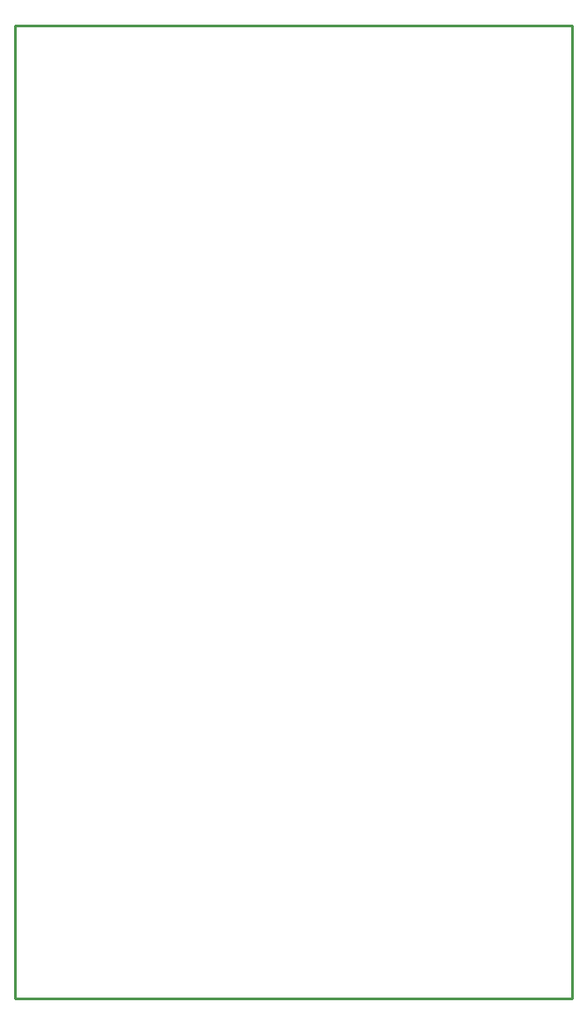
<source format=gm1>
%FSLAX25Y25*%
%MOIN*%
G70*
G01*
G75*
G04 Layer_Color=16711935*
%ADD10O,0.06890X0.02165*%
%ADD11O,0.02165X0.06890*%
G04:AMPARAMS|DCode=12|XSize=78.74mil|YSize=39.37mil|CornerRadius=7.87mil|HoleSize=0mil|Usage=FLASHONLY|Rotation=270.000|XOffset=0mil|YOffset=0mil|HoleType=Round|Shape=RoundedRectangle|*
%AMROUNDEDRECTD12*
21,1,0.07874,0.02362,0,0,270.0*
21,1,0.06299,0.03937,0,0,270.0*
1,1,0.01575,-0.01181,-0.03150*
1,1,0.01575,-0.01181,0.03150*
1,1,0.01575,0.01181,0.03150*
1,1,0.01575,0.01181,-0.03150*
%
%ADD12ROUNDEDRECTD12*%
G04:AMPARAMS|DCode=13|XSize=39.37mil|YSize=78.74mil|CornerRadius=7.87mil|HoleSize=0mil|Usage=FLASHONLY|Rotation=270.000|XOffset=0mil|YOffset=0mil|HoleType=Round|Shape=RoundedRectangle|*
%AMROUNDEDRECTD13*
21,1,0.03937,0.06299,0,0,270.0*
21,1,0.02362,0.07874,0,0,270.0*
1,1,0.01575,-0.03150,-0.01181*
1,1,0.01575,-0.03150,0.01181*
1,1,0.01575,0.03150,0.01181*
1,1,0.01575,0.03150,-0.01181*
%
%ADD13ROUNDEDRECTD13*%
%ADD14R,0.03937X0.09449*%
%ADD15R,0.12992X0.09449*%
G04:AMPARAMS|DCode=16|XSize=83mil|YSize=55mil|CornerRadius=13.75mil|HoleSize=0mil|Usage=FLASHONLY|Rotation=90.000|XOffset=0mil|YOffset=0mil|HoleType=Round|Shape=RoundedRectangle|*
%AMROUNDEDRECTD16*
21,1,0.08300,0.02750,0,0,90.0*
21,1,0.05550,0.05500,0,0,90.0*
1,1,0.02750,0.01375,0.02775*
1,1,0.02750,0.01375,-0.02775*
1,1,0.02750,-0.01375,-0.02775*
1,1,0.02750,-0.01375,0.02775*
%
%ADD16ROUNDEDRECTD16*%
%ADD17R,0.03937X0.03937*%
%ADD18R,0.03937X0.03937*%
G04:AMPARAMS|DCode=19|XSize=74.8mil|YSize=74.8mil|CornerRadius=18.7mil|HoleSize=0mil|Usage=FLASHONLY|Rotation=90.000|XOffset=0mil|YOffset=0mil|HoleType=Round|Shape=RoundedRectangle|*
%AMROUNDEDRECTD19*
21,1,0.07480,0.03740,0,0,90.0*
21,1,0.03740,0.07480,0,0,90.0*
1,1,0.03740,0.01870,0.01870*
1,1,0.03740,0.01870,-0.01870*
1,1,0.03740,-0.01870,-0.01870*
1,1,0.03740,-0.01870,0.01870*
%
%ADD19ROUNDEDRECTD19*%
G04:AMPARAMS|DCode=20|XSize=15.75mil|YSize=53.15mil|CornerRadius=3.94mil|HoleSize=0mil|Usage=FLASHONLY|Rotation=90.000|XOffset=0mil|YOffset=0mil|HoleType=Round|Shape=RoundedRectangle|*
%AMROUNDEDRECTD20*
21,1,0.01575,0.04528,0,0,90.0*
21,1,0.00787,0.05315,0,0,90.0*
1,1,0.00787,0.02264,0.00394*
1,1,0.00787,0.02264,-0.00394*
1,1,0.00787,-0.02264,-0.00394*
1,1,0.00787,-0.02264,0.00394*
%
%ADD20ROUNDEDRECTD20*%
G04:AMPARAMS|DCode=21|XSize=70.87mil|YSize=74.8mil|CornerRadius=17.72mil|HoleSize=0mil|Usage=FLASHONLY|Rotation=90.000|XOffset=0mil|YOffset=0mil|HoleType=Round|Shape=RoundedRectangle|*
%AMROUNDEDRECTD21*
21,1,0.07087,0.03937,0,0,90.0*
21,1,0.03543,0.07480,0,0,90.0*
1,1,0.03543,0.01969,0.01772*
1,1,0.03543,0.01969,-0.01772*
1,1,0.03543,-0.01969,-0.01772*
1,1,0.03543,-0.01969,0.01772*
%
%ADD21ROUNDEDRECTD21*%
G04:AMPARAMS|DCode=22|XSize=82.68mil|YSize=62.99mil|CornerRadius=15.75mil|HoleSize=0mil|Usage=FLASHONLY|Rotation=90.000|XOffset=0mil|YOffset=0mil|HoleType=Round|Shape=RoundedRectangle|*
%AMROUNDEDRECTD22*
21,1,0.08268,0.03150,0,0,90.0*
21,1,0.05118,0.06299,0,0,90.0*
1,1,0.03150,0.01575,0.02559*
1,1,0.03150,0.01575,-0.02559*
1,1,0.03150,-0.01575,-0.02559*
1,1,0.03150,-0.01575,0.02559*
%
%ADD22ROUNDEDRECTD22*%
%ADD23R,0.07087X0.08661*%
%ADD24R,0.03740X0.03937*%
%ADD25R,0.07677X0.04724*%
%ADD26R,0.03937X0.03740*%
%ADD27C,0.02000*%
%ADD28C,0.01500*%
%ADD29C,0.01000*%
%ADD30C,0.10000*%
%ADD31C,0.09843*%
%ADD32C,0.10000*%
%ADD33R,0.05906X0.05906*%
%ADD34C,0.05906*%
%ADD35R,0.05906X0.05906*%
%ADD36C,0.05118*%
%ADD37C,0.05000*%
%ADD38R,0.02284X0.04646*%
%ADD39R,0.04134X0.12992*%
%ADD40R,0.41339X0.33071*%
%ADD41R,0.05118X0.02362*%
%ADD42R,0.08661X0.11417*%
%ADD43R,0.04724X0.07677*%
%ADD44C,0.02362*%
%ADD45C,0.00984*%
%ADD46C,0.00394*%
%ADD47C,0.00787*%
%ADD48C,0.00100*%
%ADD49O,0.07690X0.02965*%
%ADD50O,0.02965X0.07690*%
G04:AMPARAMS|DCode=51|XSize=86.74mil|YSize=47.37mil|CornerRadius=11.87mil|HoleSize=0mil|Usage=FLASHONLY|Rotation=270.000|XOffset=0mil|YOffset=0mil|HoleType=Round|Shape=RoundedRectangle|*
%AMROUNDEDRECTD51*
21,1,0.08674,0.02362,0,0,270.0*
21,1,0.06299,0.04737,0,0,270.0*
1,1,0.02375,-0.01181,-0.03150*
1,1,0.02375,-0.01181,0.03150*
1,1,0.02375,0.01181,0.03150*
1,1,0.02375,0.01181,-0.03150*
%
%ADD51ROUNDEDRECTD51*%
G04:AMPARAMS|DCode=52|XSize=47.37mil|YSize=86.74mil|CornerRadius=11.87mil|HoleSize=0mil|Usage=FLASHONLY|Rotation=270.000|XOffset=0mil|YOffset=0mil|HoleType=Round|Shape=RoundedRectangle|*
%AMROUNDEDRECTD52*
21,1,0.04737,0.06299,0,0,270.0*
21,1,0.02362,0.08674,0,0,270.0*
1,1,0.02375,-0.03150,-0.01181*
1,1,0.02375,-0.03150,0.01181*
1,1,0.02375,0.03150,0.01181*
1,1,0.02375,0.03150,-0.01181*
%
%ADD52ROUNDEDRECTD52*%
%ADD53R,0.04737X0.10249*%
%ADD54R,0.13792X0.10249*%
G04:AMPARAMS|DCode=55|XSize=91mil|YSize=63mil|CornerRadius=17.75mil|HoleSize=0mil|Usage=FLASHONLY|Rotation=90.000|XOffset=0mil|YOffset=0mil|HoleType=Round|Shape=RoundedRectangle|*
%AMROUNDEDRECTD55*
21,1,0.09100,0.02750,0,0,90.0*
21,1,0.05550,0.06300,0,0,90.0*
1,1,0.03550,0.01375,0.02775*
1,1,0.03550,0.01375,-0.02775*
1,1,0.03550,-0.01375,-0.02775*
1,1,0.03550,-0.01375,0.02775*
%
%ADD55ROUNDEDRECTD55*%
%ADD56R,0.04737X0.04737*%
%ADD57R,0.04737X0.04737*%
G04:AMPARAMS|DCode=58|XSize=82.8mil|YSize=82.8mil|CornerRadius=22.7mil|HoleSize=0mil|Usage=FLASHONLY|Rotation=90.000|XOffset=0mil|YOffset=0mil|HoleType=Round|Shape=RoundedRectangle|*
%AMROUNDEDRECTD58*
21,1,0.08280,0.03740,0,0,90.0*
21,1,0.03740,0.08280,0,0,90.0*
1,1,0.04540,0.01870,0.01870*
1,1,0.04540,0.01870,-0.01870*
1,1,0.04540,-0.01870,-0.01870*
1,1,0.04540,-0.01870,0.01870*
%
%ADD58ROUNDEDRECTD58*%
G04:AMPARAMS|DCode=59|XSize=23.75mil|YSize=61.15mil|CornerRadius=7.94mil|HoleSize=0mil|Usage=FLASHONLY|Rotation=90.000|XOffset=0mil|YOffset=0mil|HoleType=Round|Shape=RoundedRectangle|*
%AMROUNDEDRECTD59*
21,1,0.02375,0.04528,0,0,90.0*
21,1,0.00787,0.06115,0,0,90.0*
1,1,0.01587,0.02264,0.00394*
1,1,0.01587,0.02264,-0.00394*
1,1,0.01587,-0.02264,-0.00394*
1,1,0.01587,-0.02264,0.00394*
%
%ADD59ROUNDEDRECTD59*%
G04:AMPARAMS|DCode=60|XSize=78.87mil|YSize=82.8mil|CornerRadius=21.72mil|HoleSize=0mil|Usage=FLASHONLY|Rotation=90.000|XOffset=0mil|YOffset=0mil|HoleType=Round|Shape=RoundedRectangle|*
%AMROUNDEDRECTD60*
21,1,0.07887,0.03937,0,0,90.0*
21,1,0.03543,0.08280,0,0,90.0*
1,1,0.04343,0.01969,0.01772*
1,1,0.04343,0.01969,-0.01772*
1,1,0.04343,-0.01969,-0.01772*
1,1,0.04343,-0.01969,0.01772*
%
%ADD60ROUNDEDRECTD60*%
G04:AMPARAMS|DCode=61|XSize=90.68mil|YSize=70.99mil|CornerRadius=19.75mil|HoleSize=0mil|Usage=FLASHONLY|Rotation=90.000|XOffset=0mil|YOffset=0mil|HoleType=Round|Shape=RoundedRectangle|*
%AMROUNDEDRECTD61*
21,1,0.09068,0.03150,0,0,90.0*
21,1,0.05118,0.07099,0,0,90.0*
1,1,0.03950,0.01575,0.02559*
1,1,0.03950,0.01575,-0.02559*
1,1,0.03950,-0.01575,-0.02559*
1,1,0.03950,-0.01575,0.02559*
%
%ADD61ROUNDEDRECTD61*%
%ADD62R,0.07887X0.09461*%
%ADD63R,0.04540X0.04737*%
%ADD64R,0.08477X0.05524*%
%ADD65R,0.04737X0.04540*%
%ADD66C,0.10642*%
%ADD67C,0.10800*%
%ADD68R,0.06706X0.06706*%
%ADD69C,0.06706*%
%ADD70R,0.06706X0.06706*%
%ADD71C,0.05918*%
%ADD72R,0.03084X0.05446*%
%ADD73R,0.04934X0.13792*%
%ADD74R,0.42139X0.33871*%
%ADD75R,0.05918X0.03162*%
%ADD76R,0.09461X0.12217*%
%ADD77R,0.05524X0.08477*%
D29*
X235335Y131988D02*
X446260D01*
Y500197D01*
X235335Y131988D02*
Y500098D01*
X446161D01*
M02*

</source>
